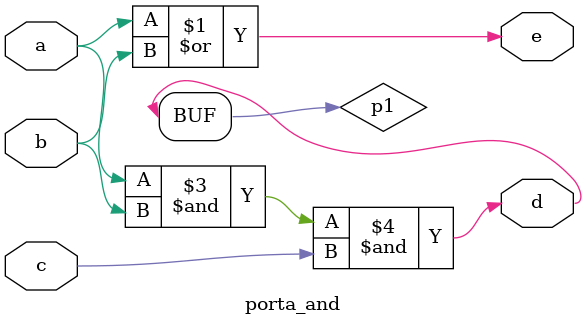
<source format=sv>
module porta_and(
    input a, b, c,
    output d, e,
    );

logic p1 = a & b & c; 
assign d = p1;
assign e = a | b ;
endmodule
</source>
